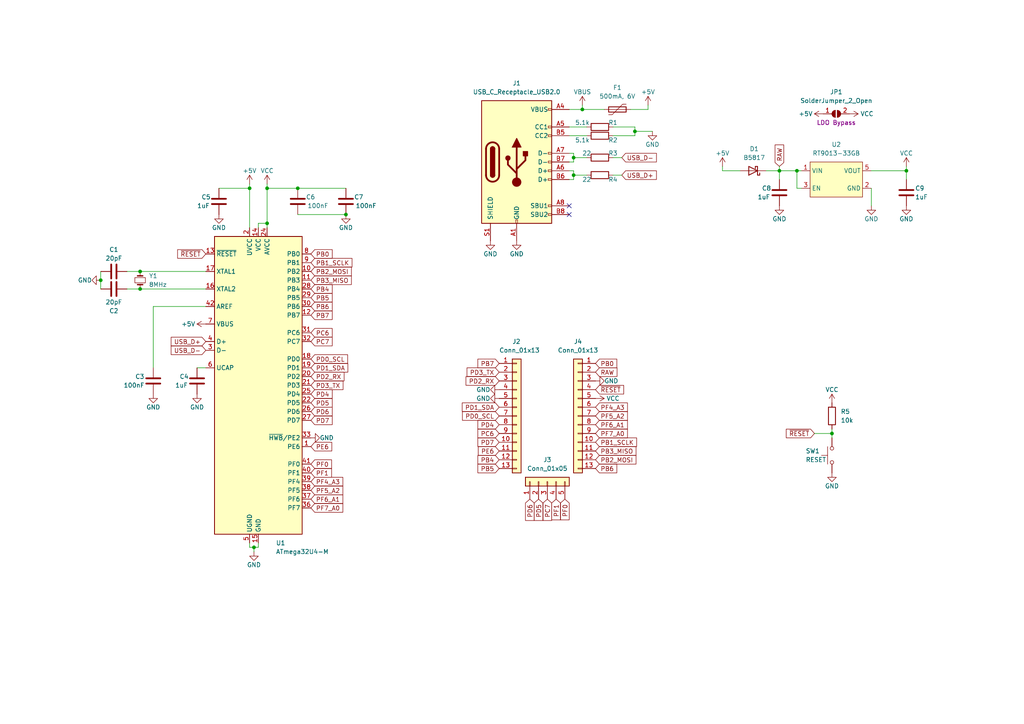
<source format=kicad_sch>
(kicad_sch (version 20211123) (generator eeschema)
  (paper "A4")
  (title_block (title "Next Micro") (date "2022-11-24") (rev "1.0") (comment 1 "MIT License (Open source hardware)") (comment 2 "https://github.com/ziteh/next-micro"))
  (lib_symbols
    (symbol "Connector:USB_C_Receptacle_USB2.0" (pin_names (offset 1.016))
      (property "Reference" "J" (at -10.16 19.05 0))
      (property "Value" "USB_C_Receptacle_USB2.0" (at 19.05 19.05 0))
      (symbol "USB_C_Receptacle_USB2.0_0_0"
        (rectangle (start -0.254 -17.78) (end 0.254 -16.764))
        (rectangle (start 10.16 -14.986) (end 9.144 -15.494))
        (rectangle (start 10.16 -12.446) (end 9.144 -12.954))
        (rectangle (start 10.16 -4.826) (end 9.144 -5.334))
        (rectangle (start 10.16 -2.286) (end 9.144 -2.794))
        (rectangle (start 10.16 0.254) (end 9.144 -0.254))
        (rectangle (start 10.16 2.794) (end 9.144 2.286))
        (rectangle (start 10.16 7.874) (end 9.144 7.366))
        (rectangle (start 10.16 10.414) (end 9.144 9.906))
        (rectangle (start 10.16 15.494) (end 9.144 14.986))
      )
      (symbol "USB_C_Receptacle_USB2.0_0_1"
        (rectangle (start -10.16 17.78) (end 10.16 -17.78) (stroke (width 0.254)) (fill (type background)))
        (arc (start -8.89 -3.81) (mid -6.985 -5.715) (end -5.08 -3.81) (stroke (width 0.508)))
        (arc (start -7.62 -3.81) (mid -6.985 -4.445) (end -6.35 -3.81) (stroke (width 0.254)))
        (arc (start -7.62 -3.81) (mid -6.985 -4.445) (end -6.35 -3.81) (stroke (width 0.254)) (fill (type outline)))
        (rectangle (start -7.62 -3.81) (end -6.35 3.81) (stroke (width 0.254)) (fill (type outline)))
        (arc (start -6.35 3.81) (mid -6.985 4.445) (end -7.62 3.81) (stroke (width 0.254)))
        (arc (start -6.35 3.81) (mid -6.985 4.445) (end -7.62 3.81) (stroke (width 0.254)) (fill (type outline)))
        (arc (start -5.08 3.81) (mid -6.985 5.715) (end -8.89 3.81) (stroke (width 0.508)))
        (circle (center -2.54 1.143) (radius 0.635) (stroke (width 0.254)) (fill (type outline)))
        (circle (center 0 -5.842) (radius 1.27) (fill (type outline)))
        (polyline (pts (xy -8.89 -3.81) (xy -8.89 3.81)) (stroke (width 0.508)))
        (polyline (pts (xy -5.08 3.81) (xy -5.08 -3.81)) (stroke (width 0.508)))
        (polyline (pts (xy 0 -5.842) (xy 0 4.318)) (stroke (width 0.508)))
        (polyline (pts (xy 0 -3.302) (xy -2.54 -0.762) (xy -2.54 0.508)) (stroke (width 0.508)))
        (polyline (pts (xy 0 -2.032) (xy 2.54 0.508) (xy 2.54 1.778)) (stroke (width 0.508)))
        (polyline (pts (xy -1.27 4.318) (xy 0 6.858) (xy 1.27 4.318) (xy -1.27 4.318)) (stroke (width 0.254)) (fill (type outline)))
        (rectangle (start 1.905 1.778) (end 3.175 3.048) (stroke (width 0.254)) (fill (type outline)))
      )
      (symbol "USB_C_Receptacle_USB2.0_1_1"
        (pin passive line (at 0 -22.86 90) (length 5.08) (name "GND") (number "A1"))
        (pin passive line (at 0 -22.86 90) (length 5.08) hide (name "GND") (number "A12"))
        (pin passive line (at 15.24 15.24 180) (length 5.08) (name "VBUS") (number "A4"))
        (pin bidirectional line (at 15.24 10.16 180) (length 5.08) (name "CC1") (number "A5"))
        (pin bidirectional line (at 15.24 -2.54 180) (length 5.08) (name "D+") (number "A6"))
        (pin bidirectional line (at 15.24 2.54 180) (length 5.08) (name "D-") (number "A7"))
        (pin bidirectional line (at 15.24 -12.7 180) (length 5.08) (name "SBU1") (number "A8"))
        (pin passive line (at 15.24 15.24 180) (length 5.08) hide (name "VBUS") (number "A9"))
        (pin passive line (at 0 -22.86 90) (length 5.08) hide (name "GND") (number "B1"))
        (pin passive line (at 0 -22.86 90) (length 5.08) hide (name "GND") (number "B12"))
        (pin passive line (at 15.24 15.24 180) (length 5.08) hide (name "VBUS") (number "B4"))
        (pin bidirectional line (at 15.24 7.62 180) (length 5.08) (name "CC2") (number "B5"))
        (pin bidirectional line (at 15.24 -5.08 180) (length 5.08) (name "D+") (number "B6"))
        (pin bidirectional line (at 15.24 0 180) (length 5.08) (name "D-") (number "B7"))
        (pin bidirectional line (at 15.24 -15.24 180) (length 5.08) (name "SBU2") (number "B8"))
        (pin passive line (at 15.24 15.24 180) (length 5.08) hide (name "VBUS") (number "B9"))
        (pin passive line (at -7.62 -22.86 90) (length 5.08) (name "SHIELD") (number "S1"))
      )
    )
    (symbol "Connector_Generic:Conn_01x05" (pin_names (offset 1.016) hide)
      (property "Reference" "J" (at 0 7.62 0))
      (property "Value" "Conn_01x05" (at 0 -7.62 0))
      (symbol "Conn_01x05_1_1"
        (rectangle (start -1.27 -4.953) (end 0 -5.207) (stroke (width 0.1524)))
        (rectangle (start -1.27 -2.413) (end 0 -2.667) (stroke (width 0.1524)))
        (rectangle (start -1.27 0.127) (end 0 -0.127) (stroke (width 0.1524)))
        (rectangle (start -1.27 2.667) (end 0 2.413) (stroke (width 0.1524)))
        (rectangle (start -1.27 5.207) (end 0 4.953) (stroke (width 0.1524)))
        (rectangle (start -1.27 6.35) (end 1.27 -6.35) (stroke (width 0.254)) (fill (type background)))
        (pin passive line (at -5.08 5.08 0) (length 3.81) (name "Pin_1") (number "1"))
        (pin passive line (at -5.08 2.54 0) (length 3.81) (name "Pin_2") (number "2"))
        (pin passive line (at -5.08 0 0) (length 3.81) (name "Pin_3") (number "3"))
        (pin passive line (at -5.08 -2.54 0) (length 3.81) (name "Pin_4") (number "4"))
        (pin passive line (at -5.08 -5.08 0) (length 3.81) (name "Pin_5") (number "5"))
      )
    )
    (symbol "Connector_Generic:Conn_01x13" (pin_names (offset 1.016) hide)
      (property "Reference" "J" (at 0 17.78 0))
      (property "Value" "Conn_01x13" (at 0 -17.78 0))
      (symbol "Conn_01x13_1_1"
        (rectangle (start -1.27 -15.113) (end 0 -15.367) (stroke (width 0.1524)))
        (rectangle (start -1.27 -12.573) (end 0 -12.827) (stroke (width 0.1524)))
        (rectangle (start -1.27 -10.033) (end 0 -10.287) (stroke (width 0.1524)))
        (rectangle (start -1.27 -7.493) (end 0 -7.747) (stroke (width 0.1524)))
        (rectangle (start -1.27 -4.953) (end 0 -5.207) (stroke (width 0.1524)))
        (rectangle (start -1.27 -2.413) (end 0 -2.667) (stroke (width 0.1524)))
        (rectangle (start -1.27 0.127) (end 0 -0.127) (stroke (width 0.1524)))
        (rectangle (start -1.27 2.667) (end 0 2.413) (stroke (width 0.1524)))
        (rectangle (start -1.27 5.207) (end 0 4.953) (stroke (width 0.1524)))
        (rectangle (start -1.27 7.747) (end 0 7.493) (stroke (width 0.1524)))
        (rectangle (start -1.27 10.287) (end 0 10.033) (stroke (width 0.1524)))
        (rectangle (start -1.27 12.827) (end 0 12.573) (stroke (width 0.1524)))
        (rectangle (start -1.27 15.367) (end 0 15.113) (stroke (width 0.1524)))
        (rectangle (start -1.27 16.51) (end 1.27 -16.51) (stroke (width 0.254)) (fill (type background)))
        (pin passive line (at -5.08 15.24 0) (length 3.81) (name "Pin_1") (number "1"))
        (pin passive line (at -5.08 -7.62 0) (length 3.81) (name "Pin_10") (number "10"))
        (pin passive line (at -5.08 -10.16 0) (length 3.81) (name "Pin_11") (number "11"))
        (pin passive line (at -5.08 -12.7 0) (length 3.81) (name "Pin_12") (number "12"))
        (pin passive line (at -5.08 -15.24 0) (length 3.81) (name "Pin_13") (number "13"))
        (pin passive line (at -5.08 12.7 0) (length 3.81) (name "Pin_2") (number "2"))
        (pin passive line (at -5.08 10.16 0) (length 3.81) (name "Pin_3") (number "3"))
        (pin passive line (at -5.08 7.62 0) (length 3.81) (name "Pin_4") (number "4"))
        (pin passive line (at -5.08 5.08 0) (length 3.81) (name "Pin_5") (number "5"))
        (pin passive line (at -5.08 2.54 0) (length 3.81) (name "Pin_6") (number "6"))
        (pin passive line (at -5.08 0 0) (length 3.81) (name "Pin_7") (number "7"))
        (pin passive line (at -5.08 -2.54 0) (length 3.81) (name "Pin_8") (number "8"))
        (pin passive line (at -5.08 -5.08 0) (length 3.81) (name "Pin_9") (number "9"))
      )
    )
    (symbol "Device:C" (pin_numbers hide) (pin_names (offset 0.254))
      (property "Reference" "C" (at 0.635 2.54 0))
      (property "Value" "C" (at 0.635 -2.54 0))
      (symbol "C_0_1"
        (polyline (pts (xy -2.032 -0.762) (xy 2.032 -0.762)) (stroke (width 0.508)))
        (polyline (pts (xy -2.032 0.762) (xy 2.032 0.762)) (stroke (width 0.508)))
      )
      (symbol "C_1_1"
        (pin passive line (at 0 3.81 270) (length 2.794) (name "~") (number "1"))
        (pin passive line (at 0 -3.81 90) (length 2.794) (name "~") (number "2"))
      )
    )
    (symbol "Device:Crystal_Small" (pin_numbers hide) (pin_names (offset 1.016) hide)
      (property "Reference" "Y" (at 0 2.54 0))
      (property "Value" "Crystal_Small" (at 0 -2.54 0))
      (symbol "Crystal_Small_0_1"
        (rectangle (start -0.762 -1.524) (end 0.762 1.524))
        (polyline (pts (xy -1.27 -0.762) (xy -1.27 0.762)) (stroke (width 0.381)))
        (polyline (pts (xy 1.27 -0.762) (xy 1.27 0.762)) (stroke (width 0.381)))
      )
      (symbol "Crystal_Small_1_1"
        (pin passive line (at -2.54 0 0) (length 1.27) (name "1") (number "1"))
        (pin passive line (at 2.54 0 180) (length 1.27) (name "2") (number "2"))
      )
    )
    (symbol "Device:Polyfuse" (pin_numbers hide) (pin_names (offset 0))
      (property "Reference" "F" (at -2.54 0 90))
      (property "Value" "Polyfuse" (at 2.54 0 90))
      (symbol "Polyfuse_0_1"
        (rectangle (start -0.762 2.54) (end 0.762 -2.54) (stroke (width 0.254)))
        (polyline (pts (xy 0 2.54) (xy 0 -2.54)))
        (polyline (pts (xy -1.524 2.54) (xy -1.524 1.524) (xy 1.524 -1.524) (xy 1.524 -2.54)))
      )
      (symbol "Polyfuse_1_1"
        (pin passive line (at 0 3.81 270) (length 1.27) (name "~") (number "1"))
        (pin passive line (at 0 -3.81 90) (length 1.27) (name "~") (number "2"))
      )
    )
    (symbol "Device:R" (pin_numbers hide) (pin_names (offset 0))
      (property "Reference" "R" (at 2.032 0 90))
      (property "Value" "R" (at 0 0 90))
      (symbol "R_0_1"
        (rectangle (start -1.016 -2.54) (end 1.016 2.54) (stroke (width 0.254)))
      )
      (symbol "R_1_1"
        (pin passive line (at 0 3.81 270) (length 1.27) (name "~") (number "1"))
        (pin passive line (at 0 -3.81 90) (length 1.27) (name "~") (number "2"))
      )
    )
    (symbol "Diode:1N5817" (pin_numbers hide) (pin_names (offset 1.016) hide)
      (property "Reference" "D" (at 0 2.54 0))
      (property "Value" "1N5817" (at 0 -2.54 0))
      (symbol "1N5817_0_1"
        (polyline (pts (xy 1.27 0) (xy -1.27 0)))
        (polyline (pts (xy 1.27 1.27) (xy 1.27 -1.27) (xy -1.27 0) (xy 1.27 1.27)) (stroke (width 0.254)))
        (polyline (pts (xy -1.905 0.635) (xy -1.905 1.27) (xy -1.27 1.27) (xy -1.27 -1.27) (xy -0.635 -1.27) (xy -0.635 -0.635)) (stroke (width 0.254)))
      )
      (symbol "1N5817_1_1"
        (pin passive line (at -3.81 0 0) (length 2.54) (name "K") (number "1"))
        (pin passive line (at 3.81 0 180) (length 2.54) (name "A") (number "2"))
      )
    )
    (symbol "Jumper:SolderJumper_2_Open" (pin_names (offset 0) hide)
      (property "Reference" "JP" (at 0 2.032 0))
      (property "Value" "SolderJumper_2_Open" (at 0 -2.54 0))
      (symbol "SolderJumper_2_Open_0_1"
        (arc (start -0.254 1.016) (mid -1.27 0) (end -0.254 -1.016))
        (arc (start -0.254 1.016) (mid -1.27 0) (end -0.254 -1.016) (fill (type outline)))
        (polyline (pts (xy -0.254 1.016) (xy -0.254 -1.016)))
        (polyline (pts (xy 0.254 1.016) (xy 0.254 -1.016)))
        (arc (start 0.254 -1.016) (mid 1.27 0) (end 0.254 1.016))
        (arc (start 0.254 -1.016) (mid 1.27 0) (end 0.254 1.016) (fill (type outline)))
      )
      (symbol "SolderJumper_2_Open_1_1"
        (pin passive line (at -3.81 0 0) (length 2.54) (name "A") (number "1"))
        (pin passive line (at 3.81 0 180) (length 2.54) (name "B") (number "2"))
      )
    )
    (symbol "MCU_Microchip_ATmega:ATmega32U4-M"
      (property "Reference" "U" (at -12.7 44.45 0))
      (property "Value" "ATmega32U4-M" (at 2.54 -44.45 0))
      (symbol "ATmega32U4-M_0_1"
        (rectangle (start -12.7 -43.18) (end 12.7 43.18) (stroke (width 0.254)) (fill (type background)))
      )
      (symbol "ATmega32U4-M_1_1"
        (pin bidirectional line (at 15.24 -17.78 180) (length 2.54) (name "PE6") (number "1"))
        (pin bidirectional line (at 15.24 33.02 180) (length 2.54) (name "PB2") (number "10"))
        (pin bidirectional line (at 15.24 30.48 180) (length 2.54) (name "PB3") (number "11"))
        (pin bidirectional line (at 15.24 20.32 180) (length 2.54) (name "PB7") (number "12"))
        (pin input line (at -15.24 38.1 0) (length 2.54) (name "~{RESET}") (number "13"))
        (pin power_in line (at 0 45.72 270) (length 2.54) (name "VCC") (number "14"))
        (pin power_in line (at 0 -45.72 90) (length 2.54) (name "GND") (number "15"))
        (pin output line (at -15.24 27.94 0) (length 2.54) (name "XTAL2") (number "16"))
        (pin input line (at -15.24 33.02 0) (length 2.54) (name "XTAL1") (number "17"))
        (pin bidirectional line (at 15.24 7.62 180) (length 2.54) (name "PD0") (number "18"))
        (pin bidirectional line (at 15.24 5.08 180) (length 2.54) (name "PD1") (number "19"))
        (pin power_in line (at -2.54 45.72 270) (length 2.54) (name "UVCC") (number "2"))
        (pin bidirectional line (at 15.24 2.54 180) (length 2.54) (name "PD2") (number "20"))
        (pin bidirectional line (at 15.24 0 180) (length 2.54) (name "PD3") (number "21"))
        (pin bidirectional line (at 15.24 -5.08 180) (length 2.54) (name "PD5") (number "22"))
        (pin passive line (at 0 -45.72 90) (length 2.54) hide (name "GND") (number "23"))
        (pin power_in line (at 2.54 45.72 270) (length 2.54) (name "AVCC") (number "24"))
        (pin bidirectional line (at 15.24 -2.54 180) (length 2.54) (name "PD4") (number "25"))
        (pin bidirectional line (at 15.24 -7.62 180) (length 2.54) (name "PD6") (number "26"))
        (pin bidirectional line (at 15.24 -10.16 180) (length 2.54) (name "PD7") (number "27"))
        (pin bidirectional line (at 15.24 27.94 180) (length 2.54) (name "PB4") (number "28"))
        (pin bidirectional line (at 15.24 25.4 180) (length 2.54) (name "PB5") (number "29"))
        (pin bidirectional line (at -15.24 10.16 0) (length 2.54) (name "D-") (number "3"))
        (pin bidirectional line (at 15.24 22.86 180) (length 2.54) (name "PB6") (number "30"))
        (pin bidirectional line (at 15.24 15.24 180) (length 2.54) (name "PC6") (number "31"))
        (pin bidirectional line (at 15.24 12.7 180) (length 2.54) (name "PC7") (number "32"))
        (pin bidirectional line (at 15.24 -15.24 180) (length 2.54) (name "~{HWB}/PE2") (number "33"))
        (pin passive line (at 0 45.72 270) (length 2.54) hide (name "VCC") (number "34"))
        (pin passive line (at 0 -45.72 90) (length 2.54) hide (name "GND") (number "35"))
        (pin bidirectional line (at 15.24 -35.56 180) (length 2.54) (name "PF7") (number "36"))
        (pin bidirectional line (at 15.24 -33.02 180) (length 2.54) (name "PF6") (number "37"))
        (pin bidirectional line (at 15.24 -30.48 180) (length 2.54) (name "PF5") (number "38"))
        (pin bidirectional line (at 15.24 -27.94 180) (length 2.54) (name "PF4") (number "39"))
        (pin bidirectional line (at -15.24 12.7 0) (length 2.54) (name "D+") (number "4"))
        (pin bidirectional line (at 15.24 -25.4 180) (length 2.54) (name "PF1") (number "40"))
        (pin bidirectional line (at 15.24 -22.86 180) (length 2.54) (name "PF0") (number "41"))
        (pin passive line (at -15.24 22.86 0) (length 2.54) (name "AREF") (number "42"))
        (pin passive line (at 0 -45.72 90) (length 2.54) hide (name "GND") (number "43"))
        (pin passive line (at 2.54 45.72 270) (length 2.54) hide (name "AVCC") (number "44"))
        (pin passive line (at 0 -45.72 90) (length 2.54) hide (name "GND") (number "45"))
        (pin passive line (at -2.54 -45.72 90) (length 2.54) (name "UGND") (number "5"))
        (pin passive line (at -15.24 5.08 0) (length 2.54) (name "UCAP") (number "6"))
        (pin input line (at -15.24 17.78 0) (length 2.54) (name "VBUS") (number "7"))
        (pin bidirectional line (at 15.24 38.1 180) (length 2.54) (name "PB0") (number "8"))
        (pin bidirectional line (at 15.24 35.56 180) (length 2.54) (name "PB1") (number "9"))
      )
    )
    (symbol "Switch:SW_Push" (pin_numbers hide) (pin_names (offset 1.016) hide)
      (property "Reference" "SW2" (at -8.89 1.27 90))
      (property "Value" "RESET" (at -8.89 -1.27 90))
      (symbol "SW_Push_0_1"
        (circle (center -2.032 0) (radius 0.508))
        (polyline (pts (xy 0 1.27) (xy 0 3.048)))
        (polyline (pts (xy 2.54 1.27) (xy -2.54 1.27)))
        (circle (center 2.032 0) (radius 0.508))
        (pin passive line (at -5.08 0 0) (length 2.54) (name "1") (number "1"))
        (pin passive line (at 5.08 0 180) (length 2.54) (name "2") (number "2"))
      )
    )
    (symbol "keypad:RT9013-33GB"
      (property "Reference" "U" (at 0 6.35 0))
      (property "Value" "RT9013-33GB" (at 0 3.81 0))
      (symbol "RT9013-33GB_0_0"
        (pin power_in line (at -10.16 0 0) (length 2.54) (name "VIN") (number "1"))
        (pin power_in line (at 10.16 -5.08 180) (length 2.54) (name "GND") (number "2"))
        (pin input line (at -10.16 -5.08 0) (length 2.54) (name "EN") (number "3"))
        (pin no_connect non_logic (at 10.16 -2.54 180) (length 2.54) hide (name "NC") (number "4"))
        (pin power_out line (at 10.16 0 180) (length 2.54) (name "VOUT") (number "5"))
      )
      (symbol "RT9013-33GB_0_1"
        (rectangle (start -7.62 2.54) (end 7.62 -7.62) (fill (type background)))
      )
    )
    (symbol "power:+5V" (power) (pin_names (offset 0))
      (property "Value" "+5V" (at 0 3.556 0))
      (symbol "+5V_0_1"
        (polyline (pts (xy -0.762 1.27) (xy 0 2.54)))
        (polyline (pts (xy 0 0) (xy 0 2.54)))
        (polyline (pts (xy 0 2.54) (xy 0.762 1.27)))
      )
      (symbol "+5V_1_1"
        (pin power_in line (at 0 0 90) (length 0) hide (name "+5V") (number "1"))
      )
    )
    (symbol "power:GND" (power) (pin_names (offset 0))
      (property "Value" "GND" (at 0 -3.81 0))
      (symbol "GND_0_1"
        (polyline (pts (xy 0 0) (xy 0 -1.27) (xy 1.27 -1.27) (xy 0 -2.54) (xy -1.27 -1.27) (xy 0 -1.27)))
      )
      (symbol "GND_1_1"
        (pin power_in line (at 0 0 270) (length 0) hide (name "GND") (number "1"))
      )
    )
    (symbol "power:VBUS" (power) (pin_names (offset 0))
      (property "Value" "VBUS" (at 0 3.81 0))
      (symbol "VBUS_0_1"
        (polyline (pts (xy -0.762 1.27) (xy 0 2.54)))
        (polyline (pts (xy 0 0) (xy 0 2.54)))
        (polyline (pts (xy 0 2.54) (xy 0.762 1.27)))
      )
      (symbol "VBUS_1_1"
        (pin power_in line (at 0 0 90) (length 0) hide (name "VBUS") (number "1"))
      )
    )
    (symbol "power:VCC" (power) (pin_names (offset 0))
      (property "Value" "VCC" (at 0 3.81 0))
      (symbol "VCC_0_1"
        (polyline (pts (xy -0.762 1.27) (xy 0 2.54)))
        (polyline (pts (xy 0 0) (xy 0 2.54)))
        (polyline (pts (xy 0 2.54) (xy 0.762 1.27)))
      )
      (symbol "VCC_1_1"
        (pin power_in line (at 0 0 90) (length 0) hide (name "VCC") (number "1"))
      )
    )
  )
  (junction (at 241.3 125.73))
  (junction (at 100.33 62.23))
  (junction (at 166.37 45.72))
  (junction (at 73.66 158.75))
  (junction (at 77.47 64.77))
  (junction (at 168.91 31.75))
  (junction (at 40.64 78.74))
  (junction (at 72.39 54.61))
  (junction (at 262.89 49.53))
  (junction (at 226.06 49.53))
  (junction (at 166.37 50.8))
  (junction (at 184.15 38.1))
  (junction (at 86.36 54.61))
  (junction (at 231.14 49.53))
  (junction (at 29.21 81.28))
  (junction (at 40.64 83.82))
  (junction (at 77.47 54.61))
  (no_connect (at 165.1 62.23))
  (no_connect (at 165.1 59.69))
  (wire (pts (xy 241.3 125.73) (xy 241.3 124.46)))
  (wire (pts (xy 74.93 157.48) (xy 74.93 158.75)))
  (wire (pts (xy 72.39 53.34) (xy 72.39 54.61)))
  (wire (pts (xy 241.3 127) (xy 241.3 125.73)))
  (wire (pts (xy 77.47 54.61) (xy 77.47 64.77)))
  (wire (pts (xy 86.36 54.61) (xy 100.33 54.61)))
  (wire (pts (xy 184.15 36.83) (xy 184.15 38.1)))
  (wire (pts (xy 168.91 31.75) (xy 165.1 31.75)))
  (wire (pts (xy 40.64 83.82) (xy 59.69 83.82)))
  (wire (pts (xy 231.14 49.53) (xy 232.41 49.53)))
  (wire (pts (xy 74.93 158.75) (xy 73.66 158.75)))
  (wire (pts (xy 29.21 81.28) (xy 29.21 83.82)))
  (wire (pts (xy 222.25 49.53) (xy 226.06 49.53)))
  (wire (pts (xy 170.18 36.83) (xy 165.1 36.83)))
  (wire (pts (xy 72.39 157.48) (xy 72.39 158.75)))
  (wire (pts (xy 59.69 88.9) (xy 44.45 88.9)))
  (wire (pts (xy 36.83 83.82) (xy 40.64 83.82)))
  (wire (pts (xy 184.15 38.1) (xy 184.15 39.37)))
  (wire (pts (xy 177.8 45.72) (xy 180.34 45.72)))
  (wire (pts (xy 184.15 36.83) (xy 177.8 36.83)))
  (wire (pts (xy 168.91 31.75) (xy 175.26 31.75)))
  (wire (pts (xy 86.36 62.23) (xy 100.33 62.23)))
  (wire (pts (xy 226.06 49.53) (xy 231.14 49.53)))
  (wire (pts (xy 63.5 54.61) (xy 72.39 54.61)))
  (wire (pts (xy 262.89 48.26) (xy 262.89 49.53)))
  (wire (pts (xy 166.37 46.99) (xy 165.1 46.99)))
  (wire (pts (xy 166.37 49.53) (xy 166.37 50.8)))
  (wire (pts (xy 168.91 30.48) (xy 168.91 31.75)))
  (wire (pts (xy 226.06 52.07) (xy 226.06 49.53)))
  (wire (pts (xy 214.63 49.53) (xy 209.55 49.53)))
  (wire (pts (xy 184.15 38.1) (xy 189.23 38.1)))
  (wire (pts (xy 40.64 78.74) (xy 59.69 78.74)))
  (wire (pts (xy 165.1 49.53) (xy 166.37 49.53)))
  (wire (pts (xy 57.15 106.68) (xy 59.69 106.68)))
  (wire (pts (xy 166.37 50.8) (xy 170.18 50.8)))
  (wire (pts (xy 72.39 54.61) (xy 72.39 66.04)))
  (wire (pts (xy 77.47 53.34) (xy 77.47 54.61)))
  (wire (pts (xy 77.47 54.61) (xy 86.36 54.61)))
  (wire (pts (xy 29.21 78.74) (xy 29.21 81.28)))
  (wire (pts (xy 184.15 39.37) (xy 177.8 39.37)))
  (wire (pts (xy 77.47 64.77) (xy 77.47 66.04)))
  (wire (pts (xy 226.06 48.26) (xy 226.06 49.53)))
  (wire (pts (xy 74.93 66.04) (xy 74.93 64.77)))
  (wire (pts (xy 209.55 49.53) (xy 209.55 48.26)))
  (wire (pts (xy 36.83 78.74) (xy 40.64 78.74)))
  (wire (pts (xy 182.88 31.75) (xy 187.96 31.75)))
  (wire (pts (xy 236.22 125.73) (xy 241.3 125.73)))
  (wire (pts (xy 44.45 88.9) (xy 44.45 106.68)))
  (wire (pts (xy 187.96 31.75) (xy 187.96 30.48)))
  (wire (pts (xy 165.1 52.07) (xy 166.37 52.07)))
  (wire (pts (xy 165.1 39.37) (xy 170.18 39.37)))
  (wire (pts (xy 166.37 45.72) (xy 166.37 46.99)))
  (wire (pts (xy 73.66 160.02) (xy 73.66 158.75)))
  (wire (pts (xy 252.73 49.53) (xy 262.89 49.53)))
  (wire (pts (xy 72.39 158.75) (xy 73.66 158.75)))
  (wire (pts (xy 231.14 54.61) (xy 231.14 49.53)))
  (wire (pts (xy 166.37 44.45) (xy 166.37 45.72)))
  (wire (pts (xy 232.41 54.61) (xy 231.14 54.61)))
  (wire (pts (xy 252.73 59.69) (xy 252.73 54.61)))
  (wire (pts (xy 262.89 49.53) (xy 262.89 52.07)))
  (wire (pts (xy 74.93 64.77) (xy 77.47 64.77)))
  (wire (pts (xy 177.8 50.8) (xy 180.34 50.8)))
  (wire (pts (xy 166.37 45.72) (xy 170.18 45.72)))
  (wire (pts (xy 166.37 50.8) (xy 166.37 52.07)))
  (wire (pts (xy 165.1 44.45) (xy 166.37 44.45)))
  (global_label "PF4_A3" (shape input) (at 172.72 118.11 0) (property "Intersheet References" "${INTERSHEET_REFS}" (effects hide)))
  (global_label "PD3_TX" (shape input) (at 90.17 111.76 0) (property "Intersheet References" "${INTERSHEET_REFS}" (effects hide)))
  (global_label "PF6_A1" (shape input) (at 172.72 123.19 0) (property "Intersheet References" "${INTERSHEET_REFS}" (effects hide)))
  (global_label "PB3_MISO" (shape input) (at 90.17 81.28 0) (property "Intersheet References" "${INTERSHEET_REFS}" (effects hide)))
  (global_label "PB0" (shape input) (at 90.17 73.66 0) (property "Intersheet References" "${INTERSHEET_REFS}" (effects hide)))
  (global_label "PD6" (shape input) (at 90.17 119.38 0) (property "Intersheet References" "${INTERSHEET_REFS}" (effects hide)))
  (global_label "~{RESET}" (shape input) (at 172.72 113.03 0) (property "Intersheet References" "${INTERSHEET_REFS}" (effects hide)))
  (global_label "PF5_A2" (shape input) (at 172.72 120.65 0) (property "Intersheet References" "${INTERSHEET_REFS}" (effects hide)))
  (global_label "PB6" (shape input) (at 172.72 135.89 0) (property "Intersheet References" "${INTERSHEET_REFS}" (effects hide)))
  (global_label "PB1_SCLK" (shape input) (at 90.17 76.2 0) (property "Intersheet References" "${INTERSHEET_REFS}" (effects hide)))
  (global_label "PE6" (shape input) (at 90.17 129.54 0) (property "Intersheet References" "${INTERSHEET_REFS}" (effects hide)))
  (global_label "PD4" (shape input) (at 90.17 114.3 0) (property "Intersheet References" "${INTERSHEET_REFS}" (effects hide)))
  (global_label "PD1_SDA" (shape input) (at 90.17 106.68 0) (property "Intersheet References" "${INTERSHEET_REFS}" (effects hide)))
  (global_label "PD7" (shape input) (at 90.17 121.92 0) (property "Intersheet References" "${INTERSHEET_REFS}" (effects hide)))
  (global_label "PD0_SCL" (shape input) (at 144.78 120.65 180) (property "Intersheet References" "${INTERSHEET_REFS}" (effects hide)))
  (global_label "PB2_MOSI" (shape input) (at 172.72 133.35 0) (property "Intersheet References" "${INTERSHEET_REFS}" (effects hide)))
  (global_label "PB7" (shape input) (at 144.78 105.41 180) (property "Intersheet References" "${INTERSHEET_REFS}" (effects hide)))
  (global_label "PC7" (shape input) (at 90.17 99.06 0) (property "Intersheet References" "${INTERSHEET_REFS}" (effects hide)))
  (global_label "RAW" (shape input) (at 226.06 48.26 90) (property "Intersheet References" "${INTERSHEET_REFS}" (effects hide)))
  (global_label "PE6" (shape input) (at 144.78 130.81 180) (property "Intersheet References" "${INTERSHEET_REFS}" (effects hide)))
  (global_label "PB2_MOSI" (shape input) (at 90.17 78.74 0) (property "Intersheet References" "${INTERSHEET_REFS}" (effects hide)))
  (global_label "PD2_RX" (shape input) (at 90.17 109.22 0) (property "Intersheet References" "${INTERSHEET_REFS}" (effects hide)))
  (global_label "~{RESET}" (shape input) (at 236.22 125.73 180) (property "Intersheet References" "${INTERSHEET_REFS}" (effects hide)))
  (global_label "PF4_A3" (shape input) (at 90.17 139.7 0) (property "Intersheet References" "${INTERSHEET_REFS}" (effects hide)))
  (global_label "PD5" (shape input) (at 156.21 144.78 270) (property "Intersheet References" "${INTERSHEET_REFS}" (effects hide)))
  (global_label "PD5" (shape input) (at 90.17 116.84 0) (property "Intersheet References" "${INTERSHEET_REFS}" (effects hide)))
  (global_label "PB6" (shape input) (at 90.17 88.9 0) (property "Intersheet References" "${INTERSHEET_REFS}" (effects hide)))
  (global_label "PD2_RX" (shape input) (at 144.78 110.49 180) (property "Intersheet References" "${INTERSHEET_REFS}" (effects hide)))
  (global_label "PC6" (shape input) (at 144.78 125.73 180) (property "Intersheet References" "${INTERSHEET_REFS}" (effects hide)))
  (global_label "PF1" (shape input) (at 161.29 144.78 270) (property "Intersheet References" "${INTERSHEET_REFS}" (effects hide)))
  (global_label "PD7" (shape input) (at 144.78 128.27 180) (property "Intersheet References" "${INTERSHEET_REFS}" (effects hide)))
  (global_label "PB4" (shape input) (at 90.17 83.82 0) (property "Intersheet References" "${INTERSHEET_REFS}" (effects hide)))
  (global_label "PB0" (shape input) (at 172.72 105.41 0) (property "Intersheet References" "${INTERSHEET_REFS}" (effects hide)))
  (global_label "PD1_SDA" (shape input) (at 144.78 118.11 180) (property "Intersheet References" "${INTERSHEET_REFS}" (effects hide)))
  (global_label "PF1" (shape input) (at 90.17 137.16 0) (property "Intersheet References" "${INTERSHEET_REFS}" (effects hide)))
  (global_label "RAW" (shape input) (at 172.72 107.95 0) (property "Intersheet References" "${INTERSHEET_REFS}" (effects hide)))
  (global_label "USB_D-" (shape input) (at 180.34 45.72 0) (property "Intersheet References" "${INTERSHEET_REFS}" (effects hide)))
  (global_label "PD3_TX" (shape input) (at 144.78 107.95 180) (property "Intersheet References" "${INTERSHEET_REFS}" (effects hide)))
  (global_label "~{RESET}" (shape input) (at 59.69 73.66 180) (property "Intersheet References" "${INTERSHEET_REFS}" (effects hide)))
  (global_label "PB1_SCLK" (shape input) (at 172.72 128.27 0) (property "Intersheet References" "${INTERSHEET_REFS}" (effects hide)))
  (global_label "PF6_A1" (shape input) (at 90.17 144.78 0) (property "Intersheet References" "${INTERSHEET_REFS}" (effects hide)))
  (global_label "USB_D+" (shape input) (at 59.69 99.06 180) (property "Intersheet References" "${INTERSHEET_REFS}" (effects hide)))
  (global_label "USB_D-" (shape input) (at 59.69 101.6 180) (property "Intersheet References" "${INTERSHEET_REFS}" (effects hide)))
  (global_label "PB5" (shape input) (at 90.17 86.36 0) (property "Intersheet References" "${INTERSHEET_REFS}" (effects hide)))
  (global_label "PC6" (shape input) (at 90.17 96.52 0) (property "Intersheet References" "${INTERSHEET_REFS}" (effects hide)))
  (global_label "PF0" (shape input) (at 163.83 144.78 270) (property "Intersheet References" "${INTERSHEET_REFS}" (effects hide)))
  (global_label "PB5" (shape input) (at 144.78 135.89 180) (property "Intersheet References" "${INTERSHEET_REFS}" (effects hide)))
  (global_label "PF0" (shape input) (at 90.17 134.62 0) (property "Intersheet References" "${INTERSHEET_REFS}" (effects hide)))
  (global_label "PB4" (shape input) (at 144.78 133.35 180) (property "Intersheet References" "${INTERSHEET_REFS}" (effects hide)))
  (global_label "USB_D+" (shape input) (at 180.34 50.8 0) (property "Intersheet References" "${INTERSHEET_REFS}" (effects hide)))
  (global_label "PD0_SCL" (shape input) (at 90.17 104.14 0) (property "Intersheet References" "${INTERSHEET_REFS}" (effects hide)))
  (global_label "PC7" (shape input) (at 158.75 144.78 270) (property "Intersheet References" "${INTERSHEET_REFS}" (effects hide)))
  (global_label "PD6" (shape input) (at 153.67 144.78 270) (property "Intersheet References" "${INTERSHEET_REFS}" (effects hide)))
  (global_label "PD4" (shape input) (at 144.78 123.19 180) (property "Intersheet References" "${INTERSHEET_REFS}" (effects hide)))
  (global_label "PF7_A0" (shape input) (at 172.72 125.73 0) (property "Intersheet References" "${INTERSHEET_REFS}" (effects hide)))
  (global_label "PB3_MISO" (shape input) (at 172.72 130.81 0) (property "Intersheet References" "${INTERSHEET_REFS}" (effects hide)))
  (global_label "PF5_A2" (shape input) (at 90.17 142.24 0) (property "Intersheet References" "${INTERSHEET_REFS}" (effects hide)))
  (global_label "PF7_A0" (shape input) (at 90.17 147.32 0) (property "Intersheet References" "${INTERSHEET_REFS}" (effects hide)))
  (global_label "PB7" (shape input) (at 90.17 91.44 0) (property "Intersheet References" "${INTERSHEET_REFS}" (effects hide)))
  (symbol (lib_id "power:GND") (at 241.3 137.16 0) (unit 1)
    (property "Reference" "#PWR024" (effects hide))
    (property "Value" "GND" (at 241.3 140.97 0))
  )
  (symbol (lib_id "power:GND") (at 226.06 59.69 0) (unit 1)
    (property "Reference" "#PWR021" (effects hide))
    (property "Value" "GND" (at 226.06 63.5 0))
  )
  (symbol (lib_id "power:GND") (at 144.78 115.57 270) (unit 1)
    (property "Reference" "#PWR014" (effects hide))
    (property "Value" "GND" (at 142.24 115.57 90) (effects (justify right)))
  )
  (symbol (lib_id "power:GND") (at 142.24 69.85 0) (unit 1)
    (property "Reference" "#PWR011" (effects hide))
    (property "Value" "GND" (at 142.24 73.66 0))
  )
  (symbol (lib_id "Connector_Generic:Conn_01x13") (at 149.86 120.65 0) (unit 1) (in_bom no)
    (property "Reference" "J2" (at 148.59 99.06 0) (effects (justify left)))
    (property "Value" "Conn_01x13" (at 144.78 101.6 0) (effects (justify left)))
    (property "Footprint" "Connector_PinHeader_2.54mm:PinHeader_1x13_P2.54mm_Vertical" (effects hide))
  )
  (symbol (lib_id "Diode:1N5817") (at 218.44 49.53 180) (unit 1)
    (property "Reference" "D1" (at 218.7575 43.18 0))
    (property "Value" "B5817" (at 218.7575 45.72 0))
    (property "Footprint" "Diode_SMD:D_SOD-323" (effects hide))
    (property "Datasheet" "http://www.vishay.com/docs/88525/1n5817.pdf" (effects hide))
    (property "JLCPCB Part #" "C123899" (effects hide))
    (property "MFR. Part #" "B5817WS" (effects hide))
  )
  (symbol (lib_id "power:GND") (at 262.89 59.69 0) (unit 1)
    (property "Reference" "#PWR028" (effects hide))
    (property "Value" "GND" (at 262.89 63.5 0))
  )
  (symbol (lib_id "power:VCC") (at 262.89 48.26 0) (unit 1)
    (property "Reference" "#PWR027" (effects hide))
    (property "Value" "VCC" (at 262.89 44.45 0))
  )
  (symbol (lib_id "Switch:SW_Push") (at 241.3 132.08 90) (unit 1)
    (property "Reference" "SW1" (at 233.68 130.81 90) (effects (justify right)))
    (property "Value" "RESET" (at 233.68 133.35 90) (effects (justify right)))
    (property "Footprint" "Button_Switch_SMD:SW_SPST_B3U-1000P" (effects hide))
    (property "MFR. Part #" "B3U-1000P" (effects hide))
    (property "JLCPCB Part #" "C231329" (effects hide))
  )
  (symbol (lib_id "power:GND") (at 100.33 62.23 0) (unit 1)
    (property "Reference" "#PWR010" (effects hide))
    (property "Value" "GND" (at 100.33 66.04 0))
  )
  (symbol (lib_id "power:GND") (at 44.45 114.3 0) (unit 1)
    (property "Reference" "#PWR02" (effects hide))
    (property "Value" "GND" (at 44.45 118.11 0))
  )
  (symbol (lib_id "power:+5V") (at 59.69 93.98 90) (unit 1)
    (property "Reference" "#PWR04" (effects hide))
    (property "Value" "+5V" (at 54.61 93.98 90))
  )
  (symbol (lib_id "Connector_Generic:Conn_01x05") (at 158.75 139.7 90) (unit 1) (in_bom no)
    (property "Reference" "J3" (at 158.75 133.35 90))
    (property "Value" "Conn_01x05" (at 158.75 135.89 90))
    (property "Footprint" "Connector_PinHeader_2.54mm:PinHeader_1x05_P2.54mm_Vertical" (effects hide))
  )
  (symbol (lib_id "power:GND") (at 29.21 81.28 270) (unit 1)
    (property "Reference" "#PWR01" (effects hide))
    (property "Value" "GND" (at 26.67 81.28 90) (effects (justify right)))
  )
  (symbol (lib_id "Device:R") (at 173.99 36.83 90) (unit 1)
    (property "Reference" "R1" (at 177.8 35.56 90))
    (property "Value" "5.1k" (at 168.91 35.56 90))
    (property "Footprint" "Resistor_SMD:R_0402_1005Metric" (effects hide))
    (property "JLCPCB Part #" "C25905" (effects hide))
    (property "MFR. Part #" "0402WGF5101TCE" (effects hide))
  )
  (symbol (lib_id "power:GND") (at 63.5 62.23 0) (unit 1)
    (property "Reference" "#PWR05" (effects hide))
    (property "Value" "GND" (at 63.5 66.04 0))
  )
  (symbol (lib_id "power:GND") (at 149.86 69.85 0) (unit 1)
    (property "Reference" "#PWR012" (effects hide))
    (property "Value" "GND" (at 149.86 73.66 0))
  )
  (symbol (lib_id "Device:R") (at 173.99 50.8 90) (unit 1)
    (property "Reference" "R4" (at 177.8 52.07 90))
    (property "Value" "22" (at 170.18 52.07 90))
    (property "Footprint" "Resistor_SMD:R_0402_1005Metric" (effects hide))
    (property "JLCPCB Part #" "C25092" (effects hide))
    (property "MFR. Part #" "0402WGF220JTCE" (effects hide))
  )
  (symbol (lib_id "Jumper:SolderJumper_2_Open") (at 242.57 33.02 0) (unit 1) (in_bom no)
    (property "Reference" "JP1" (at 242.57 26.67 0))
    (property "Value" "SolderJumper_2_Open" (at 242.57 29.21 0))
    (property "Footprint" "Jumper:SolderJumper-2_P1.3mm_Open_TrianglePad1.0x1.5mm" (effects hide))
    (property "Note" "LDO Bypass" (at 242.57 35.56 0))
  )
  (symbol (lib_id "power:VCC") (at 77.47 53.34 0) (unit 1)
    (property "Reference" "#PWR08" (effects hide))
    (property "Value" "VCC" (at 77.47 49.53 0))
  )
  (symbol (lib_id "Device:C") (at 100.33 58.42 180) (unit 1)
    (property "Reference" "C7" (at 105.41 57.15 0) (effects (justify left)))
    (property "Value" "100nF" (at 109.22 59.69 0) (effects (justify left)))
    (property "Footprint" "Capacitor_SMD:C_0402_1005Metric" (effects hide))
    (property "JLCPCB Part #" "C307331" (effects hide))
    (property "MFR. Part #" "CL05B104KB54PNC" (effects hide))
  )
  (symbol (lib_id "Device:C") (at 63.5 58.42 0) (unit 1)
    (property "Reference" "C5" (at 58.42 57.15 0) (effects (justify left)))
    (property "Value" "1uF" (at 57.15 59.69 0) (effects (justify left)))
    (property "Footprint" "Capacitor_SMD:C_0402_1005Metric" (effects hide))
    (property "JLCPCB Part #" "C52923" (effects hide))
    (property "MFR. Part #" "CL05A105KA5NQNC" (effects hide))
  )
  (symbol (lib_id "power:+5V") (at 187.96 30.48 0) (unit 1)
    (property "Reference" "#PWR018" (effects hide))
    (property "Value" "+5V" (at 187.96 26.67 0))
  )
  (symbol (lib_id "MCU_Microchip_ATmega:ATmega32U4-M") (at 74.93 111.76 0) (unit 1)
    (property "Reference" "U1" (at 80.01 157.48 0) (effects (justify left)))
    (property "Value" "ATmega32U4-M" (at 80.01 160.02 0) (effects (justify left)))
    (property "Footprint" "Package_DFN_QFN:QFN-44-1EP_7x7mm_P0.5mm_EP5.2x5.2mm" (effects hide))
    (property "Datasheet" "http://ww1.microchip.com/downloads/en/DeviceDoc/Atmel-7766-8-bit-AVR-ATmega16U4-32U4_Datasheet.pdf" (effects hide))
    (property "JLCPCB Part #" "C112161" (effects hide))
    (property "MFR. Part #" "ATMEGA32U4-MU" (effects hide))
  )
  (symbol (lib_id "power:+5V") (at 209.55 48.26 0) (unit 1)
    (property "Reference" "#PWR020" (effects hide))
    (property "Value" "+5V" (at 209.55 44.45 0))
  )
  (symbol (lib_id "power:GND") (at 189.23 38.1 0) (unit 1)
    (property "Reference" "#PWR019" (effects hide))
    (property "Value" "GND" (at 189.23 41.91 0))
  )
  (symbol (lib_id "Device:C") (at 44.45 110.49 180) (unit 1)
    (property "Reference" "C3" (at 41.91 109.22 0) (effects (justify left)))
    (property "Value" "100nF" (at 41.91 111.76 0) (effects (justify left)))
    (property "Footprint" "Capacitor_SMD:C_0402_1005Metric" (effects hide))
    (property "JLCPCB Part #" "C307331" (effects hide))
    (property "MFR. Part #" "CL05B104KB54PNC" (effects hide))
  )
  (symbol (lib_id "power:GND") (at 172.72 110.49 90) (unit 1)
    (property "Reference" "#PWR016" (effects hide))
    (property "Value" "GND" (at 175.26 110.49 90) (effects (justify right)))
  )
  (symbol (lib_id "power:+5V") (at 238.76 33.02 90) (unit 1)
    (property "Reference" "#PWR022" (effects hide))
    (property "Value" "+5V" (at 233.68 33.02 90))
  )
  (symbol (lib_id "Device:Crystal_Small") (at 40.64 81.28 90) (unit 1)
    (property "Reference" "Y1" (at 43.18 80.0099 90) (effects (justify right)))
    (property "Value" "8MHz" (at 43.18 82.5499 90) (effects (justify right)))
    (property "Footprint" "Crystal:Crystal_SMD_Qantek_QC5CB-2Pin_5x3.2mm" (effects hide))
    (property "JLCPCB Part #" "C115962" (effects hide))
    (property "MFR. Part #" "X50328MSB2GI" (effects hide))
  )
  (symbol (lib_id "Device:C") (at 86.36 58.42 180) (unit 1)
    (property "Reference" "C6" (at 91.44 57.15 0) (effects (justify left)))
    (property "Value" "100nF" (at 95.25 59.69 0) (effects (justify left)))
    (property "Footprint" "Capacitor_SMD:C_0402_1005Metric" (effects hide))
    (property "JLCPCB Part #" "C307331" (effects hide))
    (property "MFR. Part #" "CL05B104KB54PNC" (effects hide))
  )
  (symbol (lib_id "Device:R") (at 173.99 39.37 90) (unit 1)
    (property "Reference" "R2" (at 177.8 40.64 90))
    (property "Value" "5.1k" (at 168.91 40.64 90))
    (property "Footprint" "Resistor_SMD:R_0402_1005Metric" (effects hide))
    (property "JLCPCB Part #" "C25905" (effects hide))
    (property "MFR. Part #" "0402WGF5101TCE" (effects hide))
  )
  (symbol (lib_id "power:VCC") (at 172.72 115.57 270) (unit 1)
    (property "Reference" "#PWR017" (effects hide))
    (property "Value" "VCC" (at 177.8 115.57 90))
  )
  (symbol (lib_id "Connector:USB_C_Receptacle_USB2.0") (at 149.86 46.99 0) (unit 1)
    (property "Reference" "J1" (at 149.86 24.13 0))
    (property "Value" "USB_C_Receptacle_USB2.0" (at 149.86 26.67 0))
    (property "Footprint" "next_micro:USB Type-C Mid-Mount Receptacle 16P" (effects hide))
    (property "Datasheet" "https://www.usb.org/sites/default/files/documents/usb_type-c.zip" (effects hide))
    (property "JLCPCB Part #" "C168688" (effects hide))
    (property "MFR. Part #" "918-418K2024S40000" (effects hide))
  )
  (symbol (lib_id "Device:C") (at 33.02 78.74 90) (unit 1)
    (property "Reference" "C1" (at 33.02 72.39 90))
    (property "Value" "20pF" (at 33.02 74.93 90))
    (property "Footprint" "Capacitor_SMD:C_0402_1005Metric" (effects hide))
    (property "JLCPCB Part #" "C1554" (effects hide))
    (property "MFR. Part #" "0402CG200J500NT" (effects hide))
  )
  (symbol (lib_id "Connector_Generic:Conn_01x13") (at 167.64 120.65 0) (mirror y) (unit 1) (in_bom no)
    (property "Reference" "J4" (at 167.64 99.06 0))
    (property "Value" "Conn_01x13" (at 167.64 101.6 0))
    (property "Footprint" "Connector_PinHeader_2.54mm:PinHeader_1x13_P2.54mm_Vertical" (effects hide))
  )
  (symbol (lib_id "power:VCC") (at 241.3 116.84 0) (unit 1)
    (property "Reference" "#PWR023" (effects hide))
    (property "Value" "VCC" (at 241.3 113.03 0))
  )
  (symbol (lib_id "power:GND") (at 144.78 113.03 270) (unit 1)
    (property "Reference" "#PWR013" (effects hide))
    (property "Value" "GND" (at 142.24 113.03 90) (effects (justify right)))
  )
  (symbol (lib_id "Device:C") (at 262.89 55.88 0) (unit 1)
    (property "Reference" "C9" (at 265.43 54.61 0) (effects (justify left)))
    (property "Value" "1uF" (at 265.43 57.15 0) (effects (justify left)))
    (property "Footprint" "Capacitor_SMD:C_0402_1005Metric" (effects hide))
    (property "JLCPCB Part #" "C52923" (effects hide))
    (property "MFR. Part #" "CL05A105KA5NQNC" (effects hide))
  )
  (symbol (lib_id "Device:Polyfuse") (at 179.07 31.75 90) (unit 1)
    (property "Reference" "F1" (at 179.07 25.4 90))
    (property "Value" "500mA, 6V" (at 179.07 27.94 90))
    (property "Footprint" "Fuse:Fuse_0805_2012Metric" (effects hide))
    (property "JLCPCB Part #" "C269104" (effects hide))
    (property "MFR. Part #" "SMD0805B050TF" (effects hide))
  )
  (symbol (lib_id "power:VBUS") (at 168.91 30.48 0) (unit 1)
    (property "Reference" "#PWR015" (effects hide))
    (property "Value" "VBUS" (at 168.91 26.67 0))
  )
  (symbol (lib_id "power:GND") (at 73.66 160.02 0) (unit 1)
    (property "Reference" "#PWR07" (effects hide))
    (property "Value" "GND" (at 73.66 163.83 0))
  )
  (symbol (lib_id "keypad:RT9013-33GB") (at 242.57 49.53 0) (unit 1)
    (property "Reference" "U2" (at 242.57 41.91 0))
    (property "Value" "RT9013-33GB" (at 242.57 44.45 0))
    (property "Footprint" "Package_TO_SOT_SMD:SOT-23-5" (effects hide))
    (property "JLCPCB Part #" "C47773" (effects hide))
    (property "MFR. Part #" "RT9013-33GB" (effects hide))
  )
  (symbol (lib_id "Device:C") (at 33.02 83.82 90) (unit 1)
    (property "Reference" "C2" (at 33.02 90.17 90))
    (property "Value" "20pF" (at 33.02 87.63 90))
    (property "Footprint" "Capacitor_SMD:C_0402_1005Metric" (effects hide))
    (property "JLCPCB Part #" "C1554" (effects hide))
    (property "MFR. Part #" "0402CG200J500NT" (effects hide))
  )
  (symbol (lib_id "Device:R") (at 241.3 120.65 0) (unit 1)
    (property "Reference" "R5" (at 243.84 119.3799 0) (effects (justify left)))
    (property "Value" "10k" (at 243.84 121.9199 0) (effects (justify left)))
    (property "Footprint" "Resistor_SMD:R_0402_1005Metric" (effects hide))
    (property "MFR. Part #" "0402WGF1002TCE " (effects hide))
    (property "JLCPCB Part #" "C25744" (effects hide))
  )
  (symbol (lib_id "Device:R") (at 173.99 45.72 90) (unit 1)
    (property "Reference" "R3" (at 177.8 44.45 90))
    (property "Value" "22" (at 170.18 44.45 90))
    (property "Footprint" "Resistor_SMD:R_0402_1005Metric" (effects hide))
    (property "JLCPCB Part #" "C25092" (effects hide))
    (property "MFR. Part #" "0402WGF220JTCE" (effects hide))
  )
  (symbol (lib_id "power:GND") (at 252.73 59.69 0) (unit 1)
    (property "Reference" "#PWR026" (effects hide))
    (property "Value" "GND" (at 252.73 63.5 0))
  )
  (symbol (lib_id "Device:C") (at 226.06 55.88 0) (unit 1)
    (property "Reference" "C8" (at 220.98 54.61 0) (effects (justify left)))
    (property "Value" "1uF" (at 219.71 57.15 0) (effects (justify left)))
    (property "Footprint" "Capacitor_SMD:C_0402_1005Metric" (effects hide))
    (property "JLCPCB Part #" "C52923" (effects hide))
    (property "MFR. Part #" "CL05A105KA5NQNC" (effects hide))
  )
  (symbol (lib_id "Device:C") (at 57.15 110.49 0) (unit 1)
    (property "Reference" "C4" (at 52.07 109.22 0) (effects (justify left)))
    (property "Value" "1uF" (at 50.8 111.76 0) (effects (justify left)))
    (property "Footprint" "Capacitor_SMD:C_0402_1005Metric" (effects hide))
    (property "JLCPCB Part #" "C52923" (effects hide))
    (property "MFR. Part #" "CL05A105KA5NQNC" (effects hide))
  )
  (symbol (lib_id "power:GND") (at 90.17 127 90) (unit 1)
    (property "Reference" "#PWR09" (effects hide))
    (property "Value" "GND" (at 92.71 127 90) (effects (justify right)))
  )
  (symbol (lib_id "power:GND") (at 57.15 114.3 0) (unit 1)
    (property "Reference" "#PWR03" (effects hide))
    (property "Value" "GND" (at 57.15 118.11 0))
  )
  (symbol (lib_id "power:+5V") (at 72.39 53.34 0) (unit 1)
    (property "Reference" "#PWR06" (effects hide))
    (property "Value" "+5V" (at 72.39 49.53 0))
  )
  (symbol (lib_id "power:VCC") (at 246.38 33.02 270) (unit 1)
    (property "Reference" "#PWR025" (effects hide))
    (property "Value" "VCC" (at 251.46 33.02 90))
  )
)
</source>
